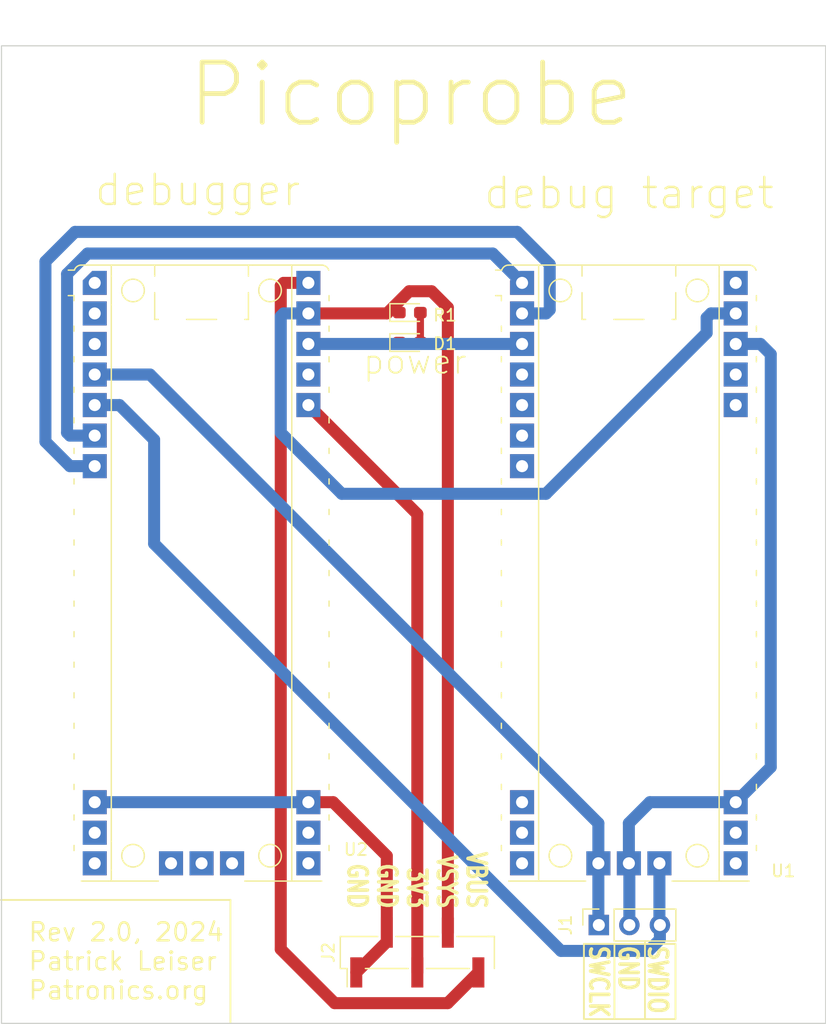
<source format=kicad_pcb>
(kicad_pcb (version 20240108) (generator "pcbnew") (generator_version "8.0")
  (layers (0 "F.Cu" signal) (31 "B.Cu" signal) (34 "B.Paste" user) (35 "F.Paste" user) (36 "B.SilkS" user "B.Silkscreen") (37 "F.SilkS" user "F.Silkscreen") (38 "B.Mask" user) (39 "F.Mask" user) (44 "Edge.Cuts" user))
  (net 0 "")
  (net 1 "Net-(J1-Pin_1)")
  (net 2 "GND")
  (net 3 "Net-(J1-Pin_3)")
  (net 4 "Net-(U1-GPIO0)")
  (net 5 "Net-(U1-GPIO1)")
  (net 14 "VCC")
  (net 18 "Net-(D1-A)")
  (net 23 "VBUS")
  (net 24 "+3V3")
  (footprint "LED_SMD:LED_0603_1608Metric_Pad1.05x0.95mm_HandSolder" (layer "F.Cu") (at 191.458 80.551)
    (property "Reference" "D1" (at 2.921 0.094 0) (layer "F.SilkS"))
    (property "Value" "LED")
    (fp_line (start -1.66 -0.735) (end -1.66 0.735) (stroke (width 0.12)) (layer "F.SilkS"))
    (fp_line (start -1.66 0.735) (end 0.8 0.735) (stroke (width 0.12)) (layer "F.SilkS"))
    (fp_line (start 0.8 -0.735) (end -1.66 -0.735) (stroke (width 0.12)) (layer "F.SilkS"))
    (pad "1" smd roundrect (at -0.875 0) (size 1.05 0.95) (layers "F.Cu" "F.Paste" "F.Mask") (net 2 "GND"))
    (pad "2" smd roundrect (at 0.875 0) (size 1.05 0.95) (layers "F.Cu" "F.Paste" "F.Mask") (net 18 "Net-(D1-A)"))
  )
  (footprint "RaspberryPi_Pico:RaspberryPi_Pico_Debug_PicoProbePinsOnlyLargePads" (layer "F.Cu") (at 174.125 99.72)
    (property "Reference" "U2" (at 11.7475 22.987 0) (layer "F.SilkS") (effects (justify left)))
    (property "Value" "RaspberryPi_Pico")
    (fp_line (start -10.61 -23.07) (end -11.09 -23.07) (stroke (width 0.12)) (layer "F.SilkS"))
    (fp_line (start -10.61 -23.07) (end -10.61 -22.65) (stroke (width 0.12)) (layer "F.SilkS"))
    (fp_line (start -10.61 -20.53) (end -10.61 -20.11) (stroke (width 0.12)) (layer "F.SilkS"))
    (fp_line (start -10.61 -17.99) (end -10.61 -17.57) (stroke (width 0.12)) (layer "F.SilkS"))
    (fp_line (start -10.61 -15.45) (end -10.61 -15.03) (stroke (width 0.12)) (layer "F.SilkS"))
    (fp_line (start -10.61 -12.91) (end -10.61 -12.49) (stroke (width 0.12)) (layer "F.SilkS"))
    (fp_line (start -10.61 -10.37) (end -10.61 -9.95) (stroke (width 0.12)) (layer "F.SilkS"))
    (fp_line (start -10.61 -7.83) (end -10.61 -7.41) (stroke (width 0.12)) (layer "F.SilkS"))
    (fp_line (start -10.61 -5.29) (end -10.61 -4.87) (stroke (width 0.12)) (layer "F.SilkS"))
    (fp_line (start -10.61 -2.75) (end -10.61 -2.33) (stroke (width 0.12)) (layer "F.SilkS"))
    (fp_line (start -10.61 -0.21) (end -10.61 0.21) (stroke (width 0.12)) (layer "F.SilkS"))
    (fp_line (start -10.61 2.33) (end -10.61 2.75) (stroke (width 0.12)) (layer "F.SilkS"))
    (fp_line (start -10.61 4.87) (end -10.61 5.29) (stroke (width 0.12)) (layer "F.SilkS"))
    (fp_line (start -10.61 7.41) (end -10.61 7.83) (stroke (width 0.12)) (layer "F.SilkS"))
    (fp_line (start -10.61 9.95) (end -10.61 10.37) (stroke (width 0.12)) (layer "F.SilkS"))
    (fp_line (start -10.61 12.49) (end -10.61 12.91) (stroke (width 0.12)) (layer "F.SilkS"))
    (fp_line (start -10.61 15.03) (end -10.61 15.45) (stroke (width 0.12)) (layer "F.SilkS"))
    (fp_line (start -10.61 17.57) (end -10.61 17.99) (stroke (width 0.12)) (layer "F.SilkS"))
    (fp_line (start -10.61 20.11) (end -10.61 20.53) (stroke (width 0.12)) (layer "F.SilkS"))
    (fp_line (start -10.61 22.65) (end -10.61 23.07) (stroke (width 0.12)) (layer "F.SilkS"))
    (fp_line (start -10.579676 -25.189937) (end -11.09 -25.19) (stroke (width 0.12)) (layer "F.SilkS"))
    (fp_line (start -10 -25.61) (end -7.51 -25.61) (stroke (width 0.12)) (layer "F.SilkS"))
    (fp_line (start -10 25.61) (end -3.6 25.61) (stroke (width 0.12)) (layer "F.SilkS"))
    (fp_line (start -7.51 -25.61) (end -7.51 -24.69648) (stroke (width 0.12)) (layer "F.SilkS"))
    (fp_line (start -7.51 -25.61) (end -4.235 -25.61) (stroke (width 0.12)) (layer "F.SilkS"))
    (fp_line (start -7.51 -24.69648) (end -7.51 -22.30352) (stroke (width 0.12)) (layer "F.SilkS"))
    (fp_line (start -7.51 -22.30352) (end -7.51 22.30352) (stroke (width 0.12)) (layer "F.SilkS"))
    (fp_line (start -7.51 22.30352) (end -7.51 24.69648) (stroke (width 0.12)) (layer "F.SilkS"))
    (fp_line (start -7.51 24.69648) (end -7.51 25.61) (stroke (width 0.12)) (layer "F.SilkS"))
    (fp_line (start -4.235 -25.61) (end 4.235 -25.61) (stroke (width 0.12)) (layer "F.SilkS"))
    (fp_line (start -3.9 -25.61) (end -3.9 -24.694) (stroke (width 0.12)) (layer "F.SilkS"))
    (fp_line (start -3.9 -23.3152) (end -3.9 -21.09) (stroke (width 0.12)) (layer "F.SilkS"))
    (fp_line (start -3.9 -21.09) (end -3.60391 -21.09) (stroke (width 0.12)) (layer "F.SilkS"))
    (fp_line (start -1.24609 -21.09) (end 1.24609 -21.09) (stroke (width 0.12)) (layer "F.SilkS"))
    (fp_line (start 3.6 25.61) (end 10 25.61) (stroke (width 0.12)) (layer "F.SilkS"))
    (fp_line (start 3.60391 -21.09) (end 3.9 -21.09) (stroke (width 0.12)) (layer "F.SilkS"))
    (fp_line (start 3.9 -25.61) (end 3.9 -24.694) (stroke (width 0.12)) (layer "F.SilkS"))
    (fp_line (start 3.9 -23.3152) (end 3.9 -21.09) (stroke (width 0.12)) (layer "F.SilkS"))
    (fp_line (start 4.235 -25.61) (end 7.51 -25.61) (stroke (width 0.12)) (layer "F.SilkS"))
    (fp_line (start 7.51 -25.61) (end 7.51 -24.69648) (stroke (width 0.12)) (layer "F.SilkS"))
    (fp_line (start 7.51 -24.69648) (end 7.51 -22.30352) (stroke (width 0.12)) (layer "F.SilkS"))
    (fp_line (start 7.51 -22.30352) (end 7.51 22.30352) (stroke (width 0.12)) (layer "F.SilkS"))
    (fp_line (start 7.51 22.30352) (end 7.51 24.69648) (stroke (width 0.12)) (layer "F.SilkS"))
    (fp_line (start 7.51 24.69648) (end 7.51 25.61) (stroke (width 0.12)) (layer "F.SilkS"))
    (fp_line (start 10 -25.61) (end 7.51 -25.61) (stroke (width 0.12)) (layer "F.SilkS"))
    (fp_line (start 10.61 -23.07) (end 10.61 -22.65) (stroke (width 0.12)) (layer "F.SilkS"))
    (fp_line (start 10.61 -20.53) (end 10.61 -20.11) (stroke (width 0.12)) (layer "F.SilkS"))
    (fp_line (start 10.61 -17.99) (end 10.61 -17.57) (stroke (width 0.12)) (layer "F.SilkS"))
    (fp_line (start 10.61 -15.45) (end 10.61 -15.03) (stroke (width 0.12)) (layer "F.SilkS"))
    (fp_line (start 10.61 -12.91) (end 10.61 -12.49) (stroke (width 0.12)) (layer "F.SilkS"))
    (fp_line (start 10.61 -10.37) (end 10.61 -9.95) (stroke (width 0.12)) (layer "F.SilkS"))
    (fp_line (start 10.61 -7.83) (end 10.61 -7.41) (stroke (width 0.12)) (layer "F.SilkS"))
    (fp_line (start 10.61 -5.29) (end 10.61 -4.87) (stroke (width 0.12)) (layer "F.SilkS"))
    (fp_line (start 10.61 -2.75) (end 10.61 -2.33) (stroke (width 0.12)) (layer "F.SilkS"))
    (fp_line (start 10.61 -0.21) (end 10.61 0.21) (stroke (width 0.12)) (layer "F.SilkS"))
    (fp_line (start 10.61 2.33) (end 10.61 2.75) (stroke (width 0.12)) (layer "F.SilkS"))
    (fp_line (start 10.61 4.87) (end 10.61 5.29) (stroke (width 0.12)) (layer "F.SilkS"))
    (fp_line (start 10.61 7.41) (end 10.61 7.83) (stroke (width 0.12)) (layer "F.SilkS"))
    (fp_line (start 10.61 9.95) (end 10.61 10.37) (stroke (width 0.12)) (layer "F.SilkS"))
    (fp_line (start 10.61 12.49) (end 10.61 12.91) (stroke (width 0.12)) (layer "F.SilkS"))
    (fp_line (start 10.61 15.03) (end 10.61 15.45) (stroke (width 0.12)) (layer "F.SilkS"))
    (fp_line (start 10.61 17.57) (end 10.61 17.99) (stroke (width 0.12)) (layer "F.SilkS"))
    (fp_line (start 10.61 20.11) (end 10.61 20.53) (stroke (width 0.12)) (layer "F.SilkS"))
    (fp_line (start 10.61 22.65) (end 10.61 23.07) (stroke (width 0.12)) (layer "F.SilkS"))
    (fp_arc (start -10.579676 -25.189937) (mid -10.357938 -25.493944) (end -10 -25.61) (stroke (width 0.12)) (layer "F.SilkS"))
    (fp_arc (start 10 -25.61) (mid 10.357937 -25.493944) (end 10.579676 -25.189937) (stroke (width 0.12)) (layer "F.SilkS"))
    (fp_circle (center -5.7 -23.5) (end -4.76 -23.5) (stroke (width 0.12)) (fill none) (layer "F.SilkS"))
    (fp_circle (center -5.7 23.5) (end -4.76 23.5) (stroke (width 0.12)) (fill none) (layer "F.SilkS"))
    (fp_circle (center 5.7 -23.5) (end 6.64 -23.5) (stroke (width 0.12)) (fill none) (layer "F.SilkS"))
    (fp_circle (center 5.7 23.5) (end 6.64 23.5) (stroke (width 0.12)) (fill none) (layer "F.SilkS"))
    (pad "1" thru_hole roundrect (at -8.89 -24.13) (size 2 2) (drill 1) (layers "*.Cu" "*.Mask") (roundrect_rratio 0) (chamfer_ratio 0.4) (chamfer top_left))
    (pad "2" thru_hole rect (at -8.89 -21.59) (size 2 2) (drill 1) (layers "*.Cu" "*.Mask"))
    (pad "3" thru_hole rect (at -8.89 -19.05) (size 2 2) (drill 1) (layers "*.Cu" "*.Mask") (net 2 "GND"))
    (pad "4" thru_hole rect (at -8.89 -16.51) (size 2 2) (drill 1) (layers "*.Cu" "*.Mask") (net 1 "Net-(J1-Pin_1)"))
    (pad "5" thru_hole rect (at -8.89 -13.97) (size 2 2) (drill 1) (layers "*.Cu" "*.Mask") (net 3 "Net-(J1-Pin_3)"))
    (pad "6" thru_hole rect (at -8.89 -11.43) (size 2 2) (drill 1) (layers "*.Cu" "*.Mask") (net 4 "Net-(U1-GPIO0)"))
    (pad "7" thru_hole rect (at -8.89 -8.89) (size 2 2) (drill 1) (layers "*.Cu" "*.Mask") (net 5 "Net-(U1-GPIO1)"))
    (pad "18" thru_hole rect (at -8.89 19.05) (size 2 2) (drill 1) (layers "*.Cu" "*.Mask") (net 2 "GND"))
    (pad "19" thru_hole rect (at -8.89 21.59) (size 2 2) (drill 1) (layers "*.Cu" "*.Mask"))
    (pad "20" thru_hole rect (at -8.89 24.13) (size 2 2) (drill 1) (layers "*.Cu" "*.Mask"))
    (pad "21" thru_hole rect (at 8.89 24.13) (size 2 2) (drill 1) (layers "*.Cu" "*.Mask"))
    (pad "22" thru_hole rect (at 8.89 21.59) (size 2 2) (drill 1) (layers "*.Cu" "*.Mask"))
    (pad "23" thru_hole rect (at 8.89 19.05) (size 2 2) (drill 1) (layers "*.Cu" "*.Mask") (net 2 "GND"))
    (pad "36" thru_hole rect (at 8.89 -13.97) (size 2 2) (drill 1) (layers "*.Cu" "*.Mask") (net 24 "+3V3"))
    (pad "37" thru_hole rect (at 8.89 -16.51) (size 2 2) (drill 1) (layers "*.Cu" "*.Mask"))
    (pad "38" thru_hole rect (at 8.89 -19.05) (size 2 2) (drill 1) (layers "*.Cu" "*.Mask") (net 2 "GND"))
    (pad "39" thru_hole rect (at 8.89 -21.59) (size 2 2) (drill 1) (layers "*.Cu" "*.Mask") (net 14 "VCC"))
    (pad "40" thru_hole rect (at 8.89 -24.13) (size 2 2) (drill 1) (layers "*.Cu" "*.Mask") (net 23 "VBUS"))
    (pad "D1" thru_hole rect (at -2.54 24.13) (size 2 2) (drill 1) (layers "*.Cu" "*.Mask"))
    (pad "D2" thru_hole rect (at 0 24.13) (size 2 2) (drill 1) (layers "*.Cu" "*.Mask"))
    (pad "D3" thru_hole rect (at 2.54 24.13) (size 2 2) (drill 1) (layers "*.Cu" "*.Mask"))
  )
  (footprint "Connector_PinSocket_2.54mm:PinSocket_1x03_P2.54mm_Vertical" (layer "F.Cu") (at 207.184 128.985 90)
    (property "Reference" "J1" (at 0 -2.77 90) (layer "F.SilkS"))
    (property "Value" "Conn_01x03_Socket")
    (fp_line (start 1.33 -1.33) (end 1.33 0) (stroke (width 0.12)) (layer "F.SilkS"))
    (fp_line (start 0 -1.33) (end 1.33 -1.33) (stroke (width 0.12)) (layer "F.SilkS"))
    (fp_line (start 1.33 1.27) (end 1.33 6.41) (stroke (width 0.12)) (layer "F.SilkS"))
    (fp_line (start -1.33 1.27) (end 1.33 1.27) (stroke (width 0.12)) (layer "F.SilkS"))
    (fp_line (start -1.33 1.27) (end -1.33 6.41) (stroke (width 0.12)) (layer "F.SilkS"))
    (fp_line (start -1.33 6.41) (end 1.33 6.41) (stroke (width 0.12)) (layer "F.SilkS"))
    (pad "1" thru_hole rect (at 0 0 90) (size 1.7 1.7) (drill 1) (layers "*.Cu" "*.Mask") (net 1 "Net-(J1-Pin_1)"))
    (pad "2" thru_hole oval (at 0 2.54 90) (size 1.7 1.7) (drill 1) (layers "*.Cu" "*.Mask") (net 2 "GND"))
    (pad "3" thru_hole oval (at 0 5.08 90) (size 1.7 1.7) (drill 1) (layers "*.Cu" "*.Mask") (net 3 "Net-(J1-Pin_3)"))
  )
  (footprint "Connector_PinHeader_2.54mm:PinHeader_1x05_P2.54mm_Vertical_SMD_Pin1Left" (layer "F.Cu") (at 192.08 131.27 90)
    (property "Reference" "J2" (at 0 -7.41 -90) (layer "F.SilkS"))
    (property "Value" "Conn_01x05")
    (fp_line (start 1.33 -6.41) (end 1.33 -3.3) (stroke (width 0.12)) (layer "F.SilkS"))
    (fp_line (start -1.33 -6.41) (end 1.33 -6.41) (stroke (width 0.12)) (layer "F.SilkS"))
    (fp_line (start -1.33 -6.41) (end -1.33 -5.84) (stroke (width 0.12)) (layer "F.SilkS"))
    (fp_line (start -1.33 -5.84) (end -2.85 -5.84) (stroke (width 0.12)) (layer "F.SilkS"))
    (fp_line (start -1.33 -4.32) (end -1.33 -0.76) (stroke (width 0.12)) (layer "F.SilkS"))
    (fp_line (start 1.33 -1.78) (end 1.33 1.78) (stroke (width 0.12)) (layer "F.SilkS"))
    (fp_line (start -1.33 0.76) (end -1.33 4.32) (stroke (width 0.12)) (layer "F.SilkS"))
    (fp_line (start 1.33 3.3) (end 1.33 6.41) (stroke (width 0.12)) (layer "F.SilkS"))
    (fp_line (start 1.33 5.84) (end 1.33 6.41) (stroke (width 0.12)) (layer "F.SilkS"))
    (fp_line (start -1.33 6.41) (end 1.33 6.41) (stroke (width 0.12)) (layer "F.SilkS"))
    (pad "1" smd rect (at -1.655 -5.08 90) (size 2.51 1) (layers "F.Cu" "F.Paste" "F.Mask") (net 2 "GND"))
    (pad "2" smd rect (at 1.655 -2.54 90) (size 2.51 1) (layers "F.Cu" "F.Paste" "F.Mask") (net 2 "GND"))
    (pad "3" smd rect (at -1.655 0 90) (size 2.51 1) (layers "F.Cu" "F.Paste" "F.Mask") (net 24 "+3V3"))
    (pad "4" smd rect (at 1.655 2.54 90) (size 2.51 1) (layers "F.Cu" "F.Paste" "F.Mask") (net 14 "VCC"))
    (pad "5" smd rect (at -1.655 5.08 90) (size 2.51 1) (layers "F.Cu" "F.Paste" "F.Mask") (net 23 "VBUS"))
  )
  (footprint "RaspberryPi_Pico:RaspberryPi_Pico_Debug_PicoProbePinsOnlyLargePads" (layer "F.Cu") (at 209.685 99.72)
    (property "Reference" "U1" (at 11.7475 24.765 0) (layer "F.SilkS") (effects (justify left)))
    (property "Value" "RaspberryPi_Pico_SecondaryPins")
    (fp_line (start -10.61 -23.07) (end -11.09 -23.07) (stroke (width 0.12)) (layer "F.SilkS"))
    (fp_line (start -10.61 -23.07) (end -10.61 -22.65) (stroke (width 0.12)) (layer "F.SilkS"))
    (fp_line (start -10.61 -20.53) (end -10.61 -20.11) (stroke (width 0.12)) (layer "F.SilkS"))
    (fp_line (start -10.61 -17.99) (end -10.61 -17.57) (stroke (width 0.12)) (layer "F.SilkS"))
    (fp_line (start -10.61 -15.45) (end -10.61 -15.03) (stroke (width 0.12)) (layer "F.SilkS"))
    (fp_line (start -10.61 -12.91) (end -10.61 -12.49) (stroke (width 0.12)) (layer "F.SilkS"))
    (fp_line (start -10.61 -10.37) (end -10.61 -9.95) (stroke (width 0.12)) (layer "F.SilkS"))
    (fp_line (start -10.61 -7.83) (end -10.61 -7.41) (stroke (width 0.12)) (layer "F.SilkS"))
    (fp_line (start -10.61 -5.29) (end -10.61 -4.87) (stroke (width 0.12)) (layer "F.SilkS"))
    (fp_line (start -10.61 -2.75) (end -10.61 -2.33) (stroke (width 0.12)) (layer "F.SilkS"))
    (fp_line (start -10.61 -0.21) (end -10.61 0.21) (stroke (width 0.12)) (layer "F.SilkS"))
    (fp_line (start -10.61 2.33) (end -10.61 2.75) (stroke (width 0.12)) (layer "F.SilkS"))
    (fp_line (start -10.61 4.87) (end -10.61 5.29) (stroke (width 0.12)) (layer "F.SilkS"))
    (fp_line (start -10.61 7.41) (end -10.61 7.83) (stroke (width 0.12)) (layer "F.SilkS"))
    (fp_line (start -10.61 9.95) (end -10.61 10.37) (stroke (width 0.12)) (layer "F.SilkS"))
    (fp_line (start -10.61 12.49) (end -10.61 12.91) (stroke (width 0.12)) (layer "F.SilkS"))
    (fp_line (start -10.61 15.03) (end -10.61 15.45) (stroke (width 0.12)) (layer "F.SilkS"))
    (fp_line (start -10.61 17.57) (end -10.61 17.99) (stroke (width 0.12)) (layer "F.SilkS"))
    (fp_line (start -10.61 20.11) (end -10.61 20.53) (stroke (width 0.12)) (layer "F.SilkS"))
    (fp_line (start -10.61 22.65) (end -10.61 23.07) (stroke (width 0.12)) (layer "F.SilkS"))
    (fp_line (start -10.579676 -25.189937) (end -11.09 -25.19) (stroke (width 0.12)) (layer "F.SilkS"))
    (fp_line (start -10 -25.61) (end -7.51 -25.61) (stroke (width 0.12)) (layer "F.SilkS"))
    (fp_line (start -10 25.61) (end -3.6 25.61) (stroke (width 0.12)) (layer "F.SilkS"))
    (fp_line (start -7.51 -25.61) (end -7.51 -24.69648) (stroke (width 0.12)) (layer "F.SilkS"))
    (fp_line (start -7.51 -25.61) (end -4.235 -25.61) (stroke (width 0.12)) (layer "F.SilkS"))
    (fp_line (start -7.51 -24.69648) (end -7.51 -22.30352) (stroke (width 0.12)) (layer "F.SilkS"))
    (fp_line (start -7.51 -22.30352) (end -7.51 22.30352) (stroke (width 0.12)) (layer "F.SilkS"))
    (fp_line (start -7.51 22.30352) (end -7.51 24.69648) (stroke (width 0.12)) (layer "F.SilkS"))
    (fp_line (start -7.51 24.69648) (end -7.51 25.61) (stroke (width 0.12)) (layer "F.SilkS"))
    (fp_line (start -4.235 -25.61) (end 4.235 -25.61) (stroke (width 0.12)) (layer "F.SilkS"))
    (fp_line (start -3.9 -25.61) (end -3.9 -24.694) (stroke (width 0.12)) (layer "F.SilkS"))
    (fp_line (start -3.9 -23.3152) (end -3.9 -21.09) (stroke (width 0.12)) (layer "F.SilkS"))
    (fp_line (start -3.9 -21.09) (end -3.60391 -21.09) (stroke (width 0.12)) (layer "F.SilkS"))
    (fp_line (start -1.24609 -21.09) (end 1.24609 -21.09) (stroke (width 0.12)) (layer "F.SilkS"))
    (fp_line (start 3.6 25.61) (end 10 25.61) (stroke (width 0.12)) (layer "F.SilkS"))
    (fp_line (start 3.60391 -21.09) (end 3.9 -21.09) (stroke (width 0.12)) (layer "F.SilkS"))
    (fp_line (start 3.9 -25.61) (end 3.9 -24.694) (stroke (width 0.12)) (layer "F.SilkS"))
    (fp_line (start 3.9 -23.3152) (end 3.9 -21.09) (stroke (width 0.12)) (layer "F.SilkS"))
    (fp_line (start 4.235 -25.61) (end 7.51 -25.61) (stroke (width 0.12)) (layer "F.SilkS"))
    (fp_line (start 7.51 -25.61) (end 7.51 -24.69648) (stroke (width 0.12)) (layer "F.SilkS"))
    (fp_line (start 7.51 -24.69648) (end 7.51 -22.30352) (stroke (width 0.12)) (layer "F.SilkS"))
    (fp_line (start 7.51 -22.30352) (end 7.51 22.30352) (stroke (width 0.12)) (layer "F.SilkS"))
    (fp_line (start 7.51 22.30352) (end 7.51 24.69648) (stroke (width 0.12)) (layer "F.SilkS"))
    (fp_line (start 7.51 24.69648) (end 7.51 25.61) (stroke (width 0.12)) (layer "F.SilkS"))
    (fp_line (start 10 -25.61) (end 7.51 -25.61) (stroke (width 0.12)) (layer "F.SilkS"))
    (fp_line (start 10.61 -23.07) (end 10.61 -22.65) (stroke (width 0.12)) (layer "F.SilkS"))
    (fp_line (start 10.61 -20.53) (end 10.61 -20.11) (stroke (width 0.12)) (layer "F.SilkS"))
    (fp_line (start 10.61 -17.99) (end 10.61 -17.57) (stroke (width 0.12)) (layer "F.SilkS"))
    (fp_line (start 10.61 -15.45) (end 10.61 -15.03) (stroke (width 0.12)) (layer "F.SilkS"))
    (fp_line (start 10.61 -12.91) (end 10.61 -12.49) (stroke (width 0.12)) (layer "F.SilkS"))
    (fp_line (start 10.61 -10.37) (end 10.61 -9.95) (stroke (width 0.12)) (layer "F.SilkS"))
    (fp_line (start 10.61 -7.83) (end 10.61 -7.41) (stroke (width 0.12)) (layer "F.SilkS"))
    (fp_line (start 10.61 -5.29) (end 10.61 -4.87) (stroke (width 0.12)) (layer "F.SilkS"))
    (fp_line (start 10.61 -2.75) (end 10.61 -2.33) (stroke (width 0.12)) (layer "F.SilkS"))
    (fp_line (start 10.61 -0.21) (end 10.61 0.21) (stroke (width 0.12)) (layer "F.SilkS"))
    (fp_line (start 10.61 2.33) (end 10.61 2.75) (stroke (width 0.12)) (layer "F.SilkS"))
    (fp_line (start 10.61 4.87) (end 10.61 5.29) (stroke (width 0.12)) (layer "F.SilkS"))
    (fp_line (start 10.61 7.41) (end 10.61 7.83) (stroke (width 0.12)) (layer "F.SilkS"))
    (fp_line (start 10.61 9.95) (end 10.61 10.37) (stroke (width 0.12)) (layer "F.SilkS"))
    (fp_line (start 10.61 12.49) (end 10.61 12.91) (stroke (width 0.12)) (layer "F.SilkS"))
    (fp_line (start 10.61 15.03) (end 10.61 15.45) (stroke (width 0.12)) (layer "F.SilkS"))
    (fp_line (start 10.61 17.57) (end 10.61 17.99) (stroke (width 0.12)) (layer "F.SilkS"))
    (fp_line (start 10.61 20.11) (end 10.61 20.53) (stroke (width 0.12)) (layer "F.SilkS"))
    (fp_line (start 10.61 22.65) (end 10.61 23.07) (stroke (width 0.12)) (layer "F.SilkS"))
    (fp_arc (start -10.579676 -25.189937) (mid -10.357938 -25.493944) (end -10 -25.61) (stroke (width 0.12)) (layer "F.SilkS"))
    (fp_arc (start 10 -25.61) (mid 10.357937 -25.493944) (end 10.579676 -25.189937) (stroke (width 0.12)) (layer "F.SilkS"))
    (fp_circle (center -5.7 -23.5) (end -4.76 -23.5) (stroke (width 0.12)) (fill none) (layer "F.SilkS"))
    (fp_circle (center -5.7 23.5) (end -4.76 23.5) (stroke (width 0.12)) (fill none) (layer "F.SilkS"))
    (fp_circle (center 5.7 -23.5) (end 6.64 -23.5) (stroke (width 0.12)) (fill none) (layer "F.SilkS"))
    (fp_circle (center 5.7 23.5) (end 6.64 23.5) (stroke (width 0.12)) (fill none) (layer "F.SilkS"))
    (pad "1" thru_hole roundrect (at -8.89 -24.13) (size 2 2) (drill 1) (layers "*.Cu" "*.Mask") (roundrect_rratio 0) (chamfer_ratio 0.4) (chamfer top_left) (net 4 "Net-(U1-GPIO0)"))
    (pad "2" thru_hole rect (at -8.89 -21.59) (size 2 2) (drill 1) (layers "*.Cu" "*.Mask") (net 5 "Net-(U1-GPIO1)"))
    (pad "3" thru_hole rect (at -8.89 -19.05) (size 2 2) (drill 1) (layers "*.Cu" "*.Mask") (net 2 "GND"))
    (pad "4" thru_hole rect (at -8.89 -16.51) (size 2 2) (drill 1) (layers "*.Cu" "*.Mask"))
    (pad "5" thru_hole rect (at -8.89 -13.97) (size 2 2) (drill 1) (layers "*.Cu" "*.Mask"))
    (pad "6" thru_hole rect (at -8.89 -11.43) (size 2 2) (drill 1) (layers "*.Cu" "*.Mask"))
    (pad "7" thru_hole rect (at -8.89 -8.89) (size 2 2) (drill 1) (layers "*.Cu" "*.Mask"))
    (pad "18" thru_hole rect (at -8.89 19.05) (size 2 2) (drill 1) (layers "*.Cu" "*.Mask") (net 2 "GND"))
    (pad "19" thru_hole rect (at -8.89 21.59) (size 2 2) (drill 1) (layers "*.Cu" "*.Mask"))
    (pad "20" thru_hole rect (at -8.89 24.13) (size 2 2) (drill 1) (layers "*.Cu" "*.Mask"))
    (pad "21" thru_hole rect (at 8.89 24.13) (size 2 2) (drill 1) (layers "*.Cu" "*.Mask"))
    (pad "22" thru_hole rect (at 8.89 21.59) (size 2 2) (drill 1) (layers "*.Cu" "*.Mask"))
    (pad "23" thru_hole rect (at 8.89 19.05) (size 2 2) (drill 1) (layers "*.Cu" "*.Mask") (net 2 "GND"))
    (pad "36" thru_hole rect (at 8.89 -13.97) (size 2 2) (drill 1) (layers "*.Cu" "*.Mask"))
    (pad "37" thru_hole rect (at 8.89 -16.51) (size 2 2) (drill 1) (layers "*.Cu" "*.Mask"))
    (pad "38" thru_hole rect (at 8.89 -19.05) (size 2 2) (drill 1) (layers "*.Cu" "*.Mask") (net 2 "GND"))
    (pad "39" thru_hole rect (at 8.89 -21.59) (size 2 2) (drill 1) (layers "*.Cu" "*.Mask") (net 14 "VCC"))
    (pad "40" thru_hole rect (at 8.89 -24.13) (size 2 2) (drill 1) (layers "*.Cu" "*.Mask"))
    (pad "D1" thru_hole rect (at -2.54 24.13) (size 2 2) (drill 1) (layers "*.Cu" "*.Mask") (net 1 "Net-(J1-Pin_1)"))
    (pad "D2" thru_hole rect (at 0 24.13) (size 2 2) (drill 1) (layers "*.Cu" "*.Mask") (net 2 "GND"))
    (pad "D3" thru_hole rect (at 2.54 24.13) (size 2 2) (drill 1) (layers "*.Cu" "*.Mask") (net 3 "Net-(J1-Pin_3)"))
  )
  (footprint "LED_SMD:LED_0603_1608Metric_Pad1.05x0.95mm_HandSolder" (layer "F.Cu") (at 191.458 78.061)
    (property "Reference" "R1" (at 2.921 0.221 0) (layer "F.SilkS"))
    (property "Value" "R")
    (fp_line (start -1.66 -0.735) (end -1.66 0.735) (stroke (width 0.12)) (layer "F.SilkS"))
    (fp_line (start -1.66 0.735) (end 0.8 0.735) (stroke (width 0.12)) (layer "F.SilkS"))
    (fp_line (start 0.8 -0.735) (end -1.66 -0.735) (stroke (width 0.12)) (layer "F.SilkS"))
    (pad "1" smd roundrect (at -0.875 0) (size 1.05 0.95) (layers "F.Cu" "F.Paste" "F.Mask") (net 14 "VCC"))
    (pad "2" smd roundrect (at 0.875 0) (size 1.05 0.95) (layers "F.Cu" "F.Paste" "F.Mask") (net 18 "Net-(D1-A)"))
  )
  (gr_rect (start 205.9432 130.556) (end 213.5632 136.8044) (stroke (width 0.15)) (fill none) (layer "F.SilkS"))
  (gr_line (start 208.4832 136.8044) (end 208.4832 130.556) (stroke (width 0.15)) (layer "F.SilkS"))
  (gr_line (start 157.4292 126.8984) (end 176.53 126.8984) (stroke (width 0.15)) (layer "F.SilkS"))
  (gr_line (start 176.53 126.8984) (end 176.53 137.16) (stroke (width 0.15)) (layer "F.SilkS"))
  (gr_line (start 211.024 130.315) (end 211.0232 136.8044) (stroke (width 0.15)) (layer "F.SilkS"))
  (gr_rect (start 157.48 55.88) (end 226.06 137.16) (stroke (width 0.1)) (fill none) (layer "Edge.Cuts"))
  (gr_text "SWDIO\nGND\nSWCLK" (at 206.2988 130.556 270) (layer "F.SilkS") (effects (font (size 1.52 1.2) (thickness 0.3)) (justify left bottom)))
  (gr_text "VBUS\nVSYS\n3V3\nGND\nGND" (at 186.182 127.762 270) (layer "F.SilkS") (effects (font (size 1.54 1.2) (thickness 0.3)) (justify right bottom)))
  (gr_text "power" (at 187.452 83.312 0) (layer "F.SilkS") (effects (font (size 2 2)) (justify left bottom)))
  (gr_text "debugger" (at 165.1 69.342 0) (layer "F.SilkS") (effects (font (size 2.5 2.5) (thickness 0.2)) (justify left bottom)))
  (gr_text "Rev 2.0, 2024\nPatrick Leiser\nPatronics.org" (at 159.6136 135.2804 0) (layer "F.SilkS") (effects (font (size 1.5 1.5) (thickness 0.2)) (justify left bottom)))
  (gr_text "debug target" (at 197.485 69.596 0) (layer "F.SilkS") (effects (font (size 2.5 2.5) (thickness 0.2)) (justify left bottom)))
  (gr_text "Picoprobe" (at 172.72 62.865 0) (layer "F.SilkS") (effects (font (size 5 5) (thickness 0.4)) (justify left bottom)))
  (segment (start 207.145 123.85) (end 207.145 120.52) (width 1) (layer "B.Cu") (net 1))
  (segment (start 169.835 83.21) (end 165.235 83.21) (width 1) (layer "B.Cu") (net 1))
  (segment (start 207.145 123.85) (end 207.145 128.946) (width 1) (layer "B.Cu") (net 1))
  (segment (start 207.145 120.52) (end 169.835 83.21) (width 1) (layer "B.Cu") (net 1))
  (segment (start 207.145 128.946) (end 207.184 128.985) (width 1) (layer "B.Cu") (net 1))
  (segment (start 189.54 123.235) (end 189.54 129.615) (width 1) (layer "F.Cu") (net 2))
  (segment (start 189.54 129.615) (end 189.54 130.385) (width 1) (layer "F.Cu") (net 2))
  (segment (start 190.583 80.551) (end 183.134 80.551) (width 0.6) (layer "F.Cu") (net 2))
  (segment (start 183.015 118.77) (end 185.075 118.77) (width 1) (layer "F.Cu") (net 2))
  (segment (start 185.075 118.77) (end 189.54 123.235) (width 1) (layer "F.Cu") (net 2))
  (segment (start 183.134 80.551) (end 183.015 80.67) (width 0.6) (layer "F.Cu") (net 2))
  (segment (start 189.54 130.385) (end 187 132.925) (width 1) (layer "F.Cu") (net 2))
  (segment (start 218.575 80.67) (end 220.635 80.67) (width 1) (layer "B.Cu") (net 2))
  (segment (start 221.488 115.857) (end 218.575 118.77) (width 1) (layer "B.Cu") (net 2))
  (segment (start 221.488 81.523) (end 221.488 115.857) (width 1) (layer "B.Cu") (net 2))
  (segment (start 209.685 120.515) (end 209.685 123.85) (width 1) (layer "B.Cu") (net 2))
  (segment (start 165.235 118.77) (end 183.015 118.77) (width 1) (layer "B.Cu") (net 2))
  (segment (start 209.724 128.985) (end 209.724 123.889) (width 1) (layer "B.Cu") (net 2))
  (segment (start 200.795 80.67) (end 183.015 80.67) (width 1) (layer "B.Cu") (net 2))
  (segment (start 220.635 80.67) (end 221.488 81.523) (width 1) (layer "B.Cu") (net 2))
  (segment (start 218.575 118.77) (end 211.43 118.77) (width 1) (layer "B.Cu") (net 2))
  (segment (start 209.724 123.889) (end 209.685 123.85) (width 1) (layer "B.Cu") (net 2))
  (segment (start 211.43 118.77) (end 209.685 120.515) (width 1) (layer "B.Cu") (net 2))
  (segment (start 170.18 88.635) (end 167.295 85.75) (width 1) (layer "B.Cu") (net 3))
  (segment (start 211.316081 131.135) (end 204.033 131.135) (width 1) (layer "B.Cu") (net 3))
  (segment (start 212.225 123.85) (end 212.225 128.946) (width 1) (layer "B.Cu") (net 3))
  (segment (start 204.033 131.135) (end 170.18 97.282) (width 1) (layer "B.Cu") (net 3))
  (segment (start 212.264 128.985) (end 212.264 130.187081) (width 1) (layer "B.Cu") (net 3))
  (segment (start 212.225 128.946) (end 212.264 128.985) (width 1) (layer "B.Cu") (net 3))
  (segment (start 212.264 130.187081) (end 211.316081 131.135) (width 1) (layer "B.Cu") (net 3))
  (segment (start 170.18 97.282) (end 170.18 88.635) (width 1) (layer "B.Cu") (net 3))
  (segment (start 167.295 85.75) (end 165.235 85.75) (width 1) (layer "B.Cu") (net 3))
  (segment (start 198.357 73.152) (end 200.795 75.59) (width 1) (layer "B.Cu") (net 4))
  (segment (start 163.175 88.29) (end 162.935 88.05) (width 1) (layer "B.Cu") (net 4))
  (segment (start 162.935 88.05) (end 162.935 74.851522) (width 1) (layer "B.Cu") (net 4))
  (segment (start 165.235 88.29) (end 163.175 88.29) (width 1) (layer "B.Cu") (net 4))
  (segment (start 162.935 74.851522) (end 164.634522 73.152) (width 1) (layer "B.Cu") (net 4))
  (segment (start 164.634522 73.152) (end 198.357 73.152) (width 1) (layer "B.Cu") (net 4))
  (segment (start 163.598 71.352) (end 161.135 73.815) (width 1) (layer "B.Cu") (net 5))
  (segment (start 203.095 74.051522) (end 200.395478 71.352) (width 1) (layer "B.Cu") (net 5))
  (segment (start 200.795 78.13) (end 202.795 78.13) (width 1) (layer "B.Cu") (net 5))
  (segment (start 202.795 78.13) (end 203.095 77.83) (width 1) (layer "B.Cu") (net 5))
  (segment (start 161.135 88.795584) (end 163.169416 90.83) (width 1) (layer "B.Cu") (net 5))
  (segment (start 200.395478 71.352) (end 163.598 71.352) (width 1) (layer "B.Cu") (net 5))
  (segment (start 203.095 77.83) (end 203.095 74.051522) (width 1) (layer "B.Cu") (net 5))
  (segment (start 163.169416 90.83) (end 165.235 90.83) (width 1) (layer "B.Cu") (net 5))
  (segment (start 161.135 73.815) (end 161.135 88.795584) (width 1) (layer "B.Cu") (net 5))
  (segment (start 183.084 78.061) (end 183.015 78.13) (width 0.6) (layer "F.Cu") (net 14))
  (segment (start 193.263934 76.286) (end 191.402066 76.286) (width 1) (layer "F.Cu") (net 14))
  (segment (start 194.62 77.642066) (end 193.263934 76.286) (width 1) (layer "F.Cu") (net 14))
  (segment (start 194.62 129.615) (end 194.62 77.642066) (width 1) (layer "F.Cu") (net 14))
  (segment (start 191.402066 76.286) (end 189.558066 78.13) (width 1) (layer "F.Cu") (net 14))
  (segment (start 190.583 78.061) (end 183.084 78.061) (width 0.6) (layer "F.Cu") (net 14))
  (segment (start 189.558066 78.13) (end 183.015 78.13) (width 1) (layer "F.Cu") (net 14))
  (segment (start 216.154 79.756) (end 216.154 78.491) (width 1) (layer "B.Cu") (net 14))
  (segment (start 180.715 78.37) (end 180.715 88.05) (width 1) (layer "B.Cu") (net 14))
  (segment (start 183.015 78.13) (end 180.955 78.13) (width 1) (layer "B.Cu") (net 14))
  (segment (start 180.715 88.05) (end 185.795 93.13) (width 1) (layer "B.Cu") (net 14))
  (segment (start 216.515 78.13) (end 218.575 78.13) (width 1) (layer "B.Cu") (net 14))
  (segment (start 185.795 93.13) (end 202.78 93.13) (width 1) (layer "B.Cu") (net 14))
  (segment (start 216.154 78.491) (end 216.515 78.13) (width 1) (layer "B.Cu") (net 14))
  (segment (start 202.78 93.13) (end 216.154 79.756) (width 1) (layer "B.Cu") (net 14))
  (segment (start 180.955 78.13) (end 180.715 78.37) (width 1) (layer "B.Cu") (net 14))
  (segment (start 192.333 78.061) (end 192.333 80.551) (width 0.6) (layer "F.Cu") (net 18))
  (segment (start 180.715 130.995) (end 180.715 75.83) (width 1) (layer "F.Cu") (net 23))
  (segment (start 197.16 132.925) (end 194.605 135.48) (width 1) (layer "F.Cu") (net 23))
  (segment (start 180.715 75.83) (end 180.955 75.59) (width 1) (layer "F.Cu") (net 23))
  (segment (start 185.2 135.48) (end 180.715 130.995) (width 1) (layer "F.Cu") (net 23))
  (segment (start 194.605 135.48) (end 185.2 135.48) (width 1) (layer "F.Cu") (net 23))
  (segment (start 180.955 75.59) (end 183.015 75.59) (width 1) (layer "F.Cu") (net 23))
  (segment (start 183.015 85.75) (end 192.08 94.815) (width 1) (layer "F.Cu") (net 24))
  (segment (start 192.08 94.815) (end 192.08 132.925) (width 1) (layer "F.Cu") (net 24))
)
</source>
